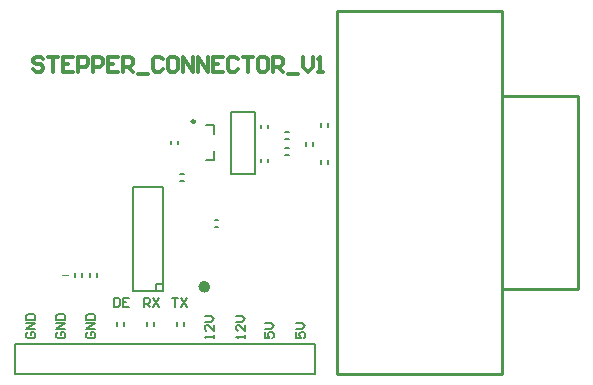
<source format=gto>
G04*
G04 #@! TF.GenerationSoftware,Altium Limited,Altium Designer,20.0.13 (296)*
G04*
G04 Layer_Color=65535*
%FSLAX25Y25*%
%MOIN*%
G70*
G01*
G75*
%ADD10C,0.00984*%
%ADD11C,0.02000*%
%ADD12C,0.00787*%
%ADD13C,0.01000*%
%ADD14C,0.00600*%
%ADD15C,0.00394*%
%ADD16C,0.01400*%
%ADD17C,0.00800*%
D10*
X549358Y256087D02*
G03*
X549358Y256087I-492J0D01*
G01*
D11*
X553500Y201000D02*
G03*
X553500Y201000I-1000J0D01*
G01*
D12*
X555909Y220819D02*
X557091D01*
X555909Y223181D02*
X557091D01*
X545681Y187909D02*
Y189091D01*
X543319Y187909D02*
Y189091D01*
X533319Y187909D02*
Y189091D01*
X535681Y187909D02*
Y189091D01*
X525681Y188055D02*
Y189236D01*
X523319Y188055D02*
Y189236D01*
X544410Y238681D02*
X545590D01*
X544410Y236319D02*
X545590D01*
X489500Y172000D02*
X582000D01*
X589500D01*
Y182000D01*
X489500D02*
X589500D01*
X489500Y172000D02*
Y182000D01*
X593681Y254264D02*
Y255445D01*
X591319Y254264D02*
Y255445D01*
X573681Y253764D02*
Y254945D01*
X571319Y253764D02*
Y254945D01*
X579410Y252681D02*
X580590D01*
X579410Y250319D02*
X580590D01*
X555756Y243094D02*
Y246244D01*
X553000Y243094D02*
X555756D01*
Y251756D02*
Y254906D01*
X553000D02*
X555756D01*
X586319Y248055D02*
Y249236D01*
X588681Y248055D02*
Y249236D01*
X541319Y248410D02*
Y249590D01*
X543681Y248410D02*
Y249590D01*
X579410Y247181D02*
X580590D01*
X579410Y244819D02*
X580590D01*
X591319Y241910D02*
Y243091D01*
X593681Y241910D02*
Y243091D01*
X571319Y242555D02*
Y243736D01*
X573681Y242555D02*
Y243736D01*
X516681Y204264D02*
Y205445D01*
X514319Y204264D02*
Y205445D01*
X511681Y204409D02*
Y205591D01*
X509319Y204409D02*
Y205591D01*
D13*
X651748Y264446D02*
X677011D01*
Y200154D02*
Y264446D01*
X651748Y200154D02*
X676984D01*
X596600Y171800D02*
Y171900D01*
Y171800D02*
X651748D01*
X596600Y171900D02*
Y293000D01*
X651748D01*
Y171800D02*
Y293000D01*
D14*
X561500Y245500D02*
Y259400D01*
Y238600D02*
Y245500D01*
Y259400D02*
X569500D01*
X561500Y238600D02*
X569500D01*
Y259400D01*
X536300Y202000D02*
X538800D01*
X536300Y199500D02*
Y202000D01*
X528800Y199500D02*
X538800D01*
Y234400D01*
X528800D02*
X538800D01*
X528800Y199500D02*
Y234400D01*
D15*
X505000Y204925D02*
X507000D01*
D16*
X498732Y276898D02*
X497899Y277731D01*
X496233D01*
X495400Y276898D01*
Y276065D01*
X496233Y275232D01*
X497899D01*
X498732Y274399D01*
Y273566D01*
X497899Y272733D01*
X496233D01*
X495400Y273566D01*
X500398Y277731D02*
X503731D01*
X502065D01*
Y272733D01*
X508729Y277731D02*
X505397D01*
Y272733D01*
X508729D01*
X505397Y275232D02*
X507063D01*
X510395Y272733D02*
Y277731D01*
X512894D01*
X513727Y276898D01*
Y275232D01*
X512894Y274399D01*
X510395D01*
X515393Y272733D02*
Y277731D01*
X517893D01*
X518726Y276898D01*
Y275232D01*
X517893Y274399D01*
X515393D01*
X523724Y277731D02*
X520392D01*
Y272733D01*
X523724D01*
X520392Y275232D02*
X522058D01*
X525390Y272733D02*
Y277731D01*
X527889D01*
X528722Y276898D01*
Y275232D01*
X527889Y274399D01*
X525390D01*
X527056D02*
X528722Y272733D01*
X530389Y271900D02*
X533721D01*
X538719Y276898D02*
X537886Y277731D01*
X536220D01*
X535387Y276898D01*
Y273566D01*
X536220Y272733D01*
X537886D01*
X538719Y273566D01*
X542885Y277731D02*
X541219D01*
X540385Y276898D01*
Y273566D01*
X541219Y272733D01*
X542885D01*
X543718Y273566D01*
Y276898D01*
X542885Y277731D01*
X545384Y272733D02*
Y277731D01*
X548716Y272733D01*
Y277731D01*
X550382Y272733D02*
Y277731D01*
X553714Y272733D01*
Y277731D01*
X558713D02*
X555381D01*
Y272733D01*
X558713D01*
X555381Y275232D02*
X557047D01*
X563711Y276898D02*
X562878Y277731D01*
X561212D01*
X560379Y276898D01*
Y273566D01*
X561212Y272733D01*
X562878D01*
X563711Y273566D01*
X565377Y277731D02*
X568710D01*
X567043D01*
Y272733D01*
X572875Y277731D02*
X571209D01*
X570376Y276898D01*
Y273566D01*
X571209Y272733D01*
X572875D01*
X573708Y273566D01*
Y276898D01*
X572875Y277731D01*
X575374Y272733D02*
Y277731D01*
X577873D01*
X578706Y276898D01*
Y275232D01*
X577873Y274399D01*
X575374D01*
X577040D02*
X578706Y272733D01*
X580372Y271900D02*
X583705D01*
X585371Y277731D02*
Y274399D01*
X587037Y272733D01*
X588703Y274399D01*
Y277731D01*
X590369Y272733D02*
X592035D01*
X591202D01*
Y277731D01*
X590369Y276898D01*
D17*
X583201Y185799D02*
Y183800D01*
X584700D01*
X584201Y184800D01*
Y185300D01*
X584700Y185799D01*
X585700D01*
X586200Y185300D01*
Y184300D01*
X585700Y183800D01*
X583201Y186799D02*
X585200D01*
X586200Y187799D01*
X585200Y188798D01*
X583201D01*
X572701Y185799D02*
Y183800D01*
X574200D01*
X573701Y184800D01*
Y185300D01*
X574200Y185799D01*
X575200D01*
X575700Y185300D01*
Y184300D01*
X575200Y183800D01*
X572701Y186799D02*
X574700D01*
X575700Y187799D01*
X574700Y188798D01*
X572701D01*
X566200Y183800D02*
Y184800D01*
Y184300D01*
X563201D01*
X563701Y183800D01*
X566200Y188298D02*
Y186299D01*
X564201Y188298D01*
X563701D01*
X563201Y187799D01*
Y186799D01*
X563701Y186299D01*
X563201Y189298D02*
X565200D01*
X566200Y190298D01*
X565200Y191298D01*
X563201D01*
X555700Y183800D02*
Y184800D01*
Y184300D01*
X552701D01*
X553201Y183800D01*
X555700Y188298D02*
Y186299D01*
X553701Y188298D01*
X553201D01*
X552701Y187799D01*
Y186799D01*
X553201Y186299D01*
X552701Y189298D02*
X554700D01*
X555700Y190298D01*
X554700Y191298D01*
X552701D01*
X513701Y185799D02*
X513201Y185300D01*
Y184300D01*
X513701Y183800D01*
X515700D01*
X516200Y184300D01*
Y185300D01*
X515700Y185799D01*
X514701D01*
Y184800D01*
X516200Y186799D02*
X513201D01*
X516200Y188798D01*
X513201D01*
Y189798D02*
X516200D01*
Y191298D01*
X515700Y191797D01*
X513701D01*
X513201Y191298D01*
Y189798D01*
X503701Y185799D02*
X503201Y185300D01*
Y184300D01*
X503701Y183800D01*
X505700D01*
X506200Y184300D01*
Y185300D01*
X505700Y185799D01*
X504701D01*
Y184800D01*
X506200Y186799D02*
X503201D01*
X506200Y188798D01*
X503201D01*
Y189798D02*
X506200D01*
Y191298D01*
X505700Y191797D01*
X503701D01*
X503201Y191298D01*
Y189798D01*
X493701Y185799D02*
X493201Y185300D01*
Y184300D01*
X493701Y183800D01*
X495700D01*
X496200Y184300D01*
Y185300D01*
X495700Y185799D01*
X494700D01*
Y184800D01*
X496200Y186799D02*
X493201D01*
X496200Y188798D01*
X493201D01*
Y189798D02*
X496200D01*
Y191298D01*
X495700Y191797D01*
X493701D01*
X493201Y191298D01*
Y189798D01*
X541800Y197299D02*
X543799D01*
X542800D01*
Y194300D01*
X544799Y197299D02*
X546798Y194300D01*
Y197299D02*
X544799Y194300D01*
X532300D02*
Y197299D01*
X533800D01*
X534299Y196799D01*
Y195800D01*
X533800Y195300D01*
X532300D01*
X533300D02*
X534299Y194300D01*
X535299Y197299D02*
X537298Y194300D01*
Y197299D02*
X535299Y194300D01*
X522300Y197299D02*
Y194300D01*
X523800D01*
X524299Y194800D01*
Y196799D01*
X523800Y197299D01*
X522300D01*
X527298D02*
X525299D01*
Y194300D01*
X527298D01*
X525299Y195800D02*
X526299D01*
M02*

</source>
